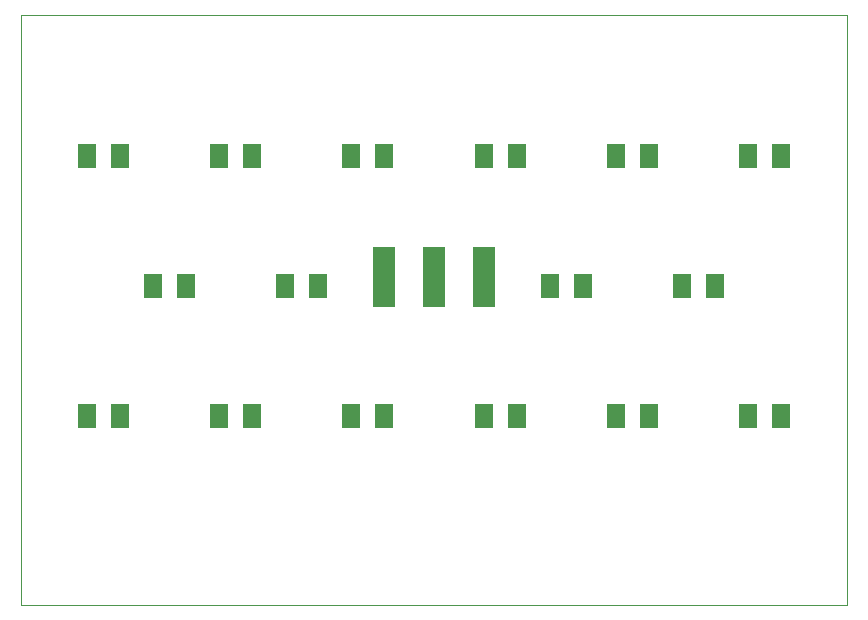
<source format=gbp>
G04 EAGLE Gerber RS-274X export*
G75*
%MOMM*%
%FSLAX34Y34*%
%LPD*%
%INPaste Mask Bottom*%
%IPPOS*%
%AMOC8*
5,1,8,0,0,1.08239X$1,22.5*%
G01*
%ADD10C,0.000000*%
%ADD11R,1.600000X2.000000*%
%ADD12R,1.828800X5.080000*%


D10*
X0Y0D02*
X0Y500000D01*
X700000Y500000D01*
X700000Y0D01*
X0Y0D01*
D11*
X392000Y380000D03*
X420000Y380000D03*
X504000Y380000D03*
X532000Y380000D03*
X616000Y380000D03*
X644000Y380000D03*
X644000Y160000D03*
X616000Y160000D03*
X588000Y270000D03*
X560000Y270000D03*
X532000Y160000D03*
X504000Y160000D03*
X476000Y270000D03*
X448000Y270000D03*
X420000Y160000D03*
X392000Y160000D03*
X280000Y160000D03*
X308000Y160000D03*
X112000Y270000D03*
X140000Y270000D03*
X168000Y160000D03*
X196000Y160000D03*
X224000Y270000D03*
X252000Y270000D03*
D12*
X308000Y277500D03*
X350000Y277500D03*
X392000Y277500D03*
D11*
X56000Y160000D03*
X84000Y160000D03*
X84000Y380000D03*
X56000Y380000D03*
X196000Y380000D03*
X168000Y380000D03*
X308000Y380000D03*
X280000Y380000D03*
M02*

</source>
